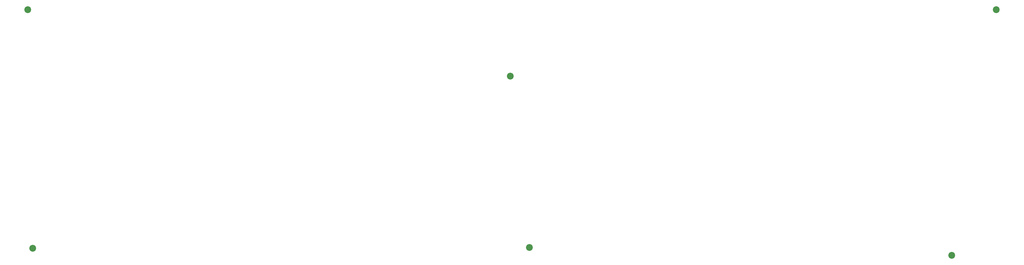
<source format=gbr>
G04 #@! TF.GenerationSoftware,KiCad,Pcbnew,(5.1.9)-1*
G04 #@! TF.CreationDate,2021-05-17T18:03:42+01:00*
G04 #@! TF.ProjectId,EnvKB65_bottom,456e764b-4236-4355-9f62-6f74746f6d2e,rev?*
G04 #@! TF.SameCoordinates,Original*
G04 #@! TF.FileFunction,Soldermask,Bot*
G04 #@! TF.FilePolarity,Negative*
%FSLAX46Y46*%
G04 Gerber Fmt 4.6, Leading zero omitted, Abs format (unit mm)*
G04 Created by KiCad (PCBNEW (5.1.9)-1) date 2021-05-17 18:03:42*
%MOMM*%
%LPD*%
G01*
G04 APERTURE LIST*
%ADD10C,2.200000*%
G04 APERTURE END LIST*
D10*
X367750000Y-180500000D03*
X231250000Y-178000000D03*
X225000000Y-122500000D03*
X70600000Y-178200000D03*
X69000000Y-101000000D03*
X382200000Y-101000000D03*
M02*

</source>
